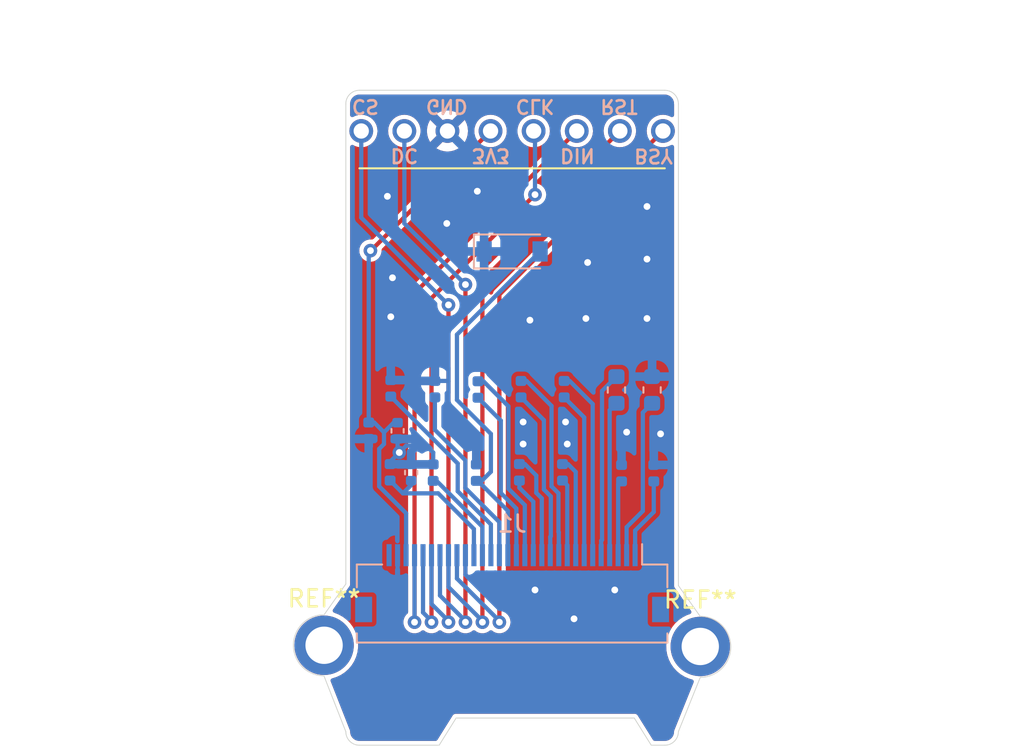
<source format=kicad_pcb>
(kicad_pcb (version 20211014) (generator pcbnew)
  (layers (0 "F.Cu" signal) (31 "B.Cu" signal) (34 "B.Paste" user) (35 "F.Paste" user) (36 "B.SilkS" user "B.Silkscreen") (37 "F.SilkS" user "F.Silkscreen") (38 "B.Mask" user) (39 "F.Mask" user) (44 "Edge.Cuts" user))
  (net 0 "")
  (net 1 "GND")
  (net 2 "3V3")
  (net 3 "Net-(C3-Pad2)")
  (net 4 "Net-(C4-Pad2)")
  (net 5 "Net-(C5-Pad2)")
  (net 6 "Net-(C6-Pad2)")
  (net 7 "Net-(C6-Pad1)")
  (net 8 "Net-(C7-Pad2)")
  (net 9 "Net-(C8-Pad2)")
  (net 10 "Net-(C8-Pad1)")
  (net 11 "Net-(C9-Pad2)")
  (net 12 "Net-(C9-Pad1)")
  (net 13 "Net-(C10-Pad2)")
  (net 14 "Net-(C10-Pad1)")
  (net 15 "Net-(C11-Pad2)")
  (net 16 "Net-(C11-Pad1)")
  (net 17 "Net-(C12-Pad2)")
  (net 18 "Net-(C12-Pad1)")
  (net 19 "Net-(C13-Pad2)")
  (net 20 "Net-(C14-Pad2)")
  (net 21 "Net-(C15-Pad2)")
  (net 22 "BUSY")
  (net 23 "RST")
  (net 24 "DC")
  (net 25 "CS")
  (net 26 "CLK")
  (net 27 "DIN")
  (net 28 "Net-(J1-Pad30)")
  (net 29 "Net-(C17-Pad2)")
  (footprint "MountingHole:MountingHole_2.2mm_M2_ISO7380_Pad_TopBottom" (layer "F.Cu") (at 44.44 95.83)
    (fp_text reference "REF**" (at 0 -2.75) (layer "F.SilkS"))
    (fp_text value "MountingHole_2.2mm_M2_ISO7380_Pad_TopBottom")
    (pad "1" thru_hole circle (at 0 0) (size 2.6 2.6) (drill 2.2) (layers *.Cu *.Mask))
    (pad "1" connect circle (at 0 0) (size 3.5 3.5) (layers "F.Cu" "F.Mask"))
    (pad "1" connect circle (at 0 0) (size 3.5 3.5) (layers "B.Cu" "B.Mask"))
  )
  (footprint "MountingHole:MountingHole_2.2mm_M2_ISO7380_Pad_TopBottom" (layer "F.Cu") (at 22.27 95.76)
    (fp_text reference "REF**" (at 0 -2.75) (layer "F.SilkS"))
    (fp_text value "MountingHole_2.2mm_M2_ISO7380_Pad_TopBottom")
    (pad "1" thru_hole circle (at 0 0) (size 2.6 2.6) (drill 2.2) (layers *.Cu *.Mask))
    (pad "1" connect circle (at 0 0) (size 3.5 3.5) (layers "F.Cu" "F.Mask"))
    (pad "1" connect circle (at 0 0) (size 3.5 3.5) (layers "B.Cu" "B.Mask"))
  )
  (footprint "Capacitor_SMD:C_0402_1005Metric" (layer "B.Cu") (at 24.9 83.115 -90)
    (fp_text reference "C1" hide)
    (fp_text value "4.7uF" hide)
    (pad "1" smd roundrect locked (at -0.485 0 270) (size 0.59 0.64) (layers "B.Cu" "B.Paste" "B.Mask") (net 2 "3V3"))
    (pad "2" smd roundrect locked (at 0.485 0 270) (size 0.59 0.64) (layers "B.Cu" "B.Paste" "B.Mask") (net 1 "GND"))
  )
  (footprint "Capacitor_SMD:C_0402_1005Metric" (layer "B.Cu") (at 26.16 85.565 -90)
    (fp_text reference "C2" hide)
    (fp_text value "1uF" hide)
    (pad "1" smd roundrect locked (at -0.485 0 270) (size 0.59 0.64) (layers "B.Cu" "B.Paste" "B.Mask") (net 1 "GND"))
    (pad "2" smd roundrect locked (at 0.485 0 270) (size 0.59 0.64) (layers "B.Cu" "B.Paste" "B.Mask") (net 29 "Net-(C17-Pad2)"))
  )
  (footprint "Capacitor_SMD:C_0402_1005Metric" (layer "B.Cu") (at 28.7 85.585 -90)
    (fp_text reference "C3" hide)
    (fp_text value "1uF" hide)
    (pad "1" smd roundrect locked (at -0.485 0 270) (size 0.59 0.64) (layers "B.Cu" "B.Paste" "B.Mask") (net 1 "GND"))
    (pad "2" smd roundrect locked (at 0.485 0 270) (size 0.59 0.64) (layers "B.Cu" "B.Paste" "B.Mask") (net 3 "Net-(C3-Pad2)"))
  )
  (footprint "Capacitor_SMD:C_0402_1005Metric" (layer "B.Cu") (at 26.2 80.615 -90)
    (fp_text reference "C4" hide)
    (fp_text value "1uF" hide)
    (pad "1" smd roundrect locked (at -0.485 0 270) (size 0.59 0.64) (layers "B.Cu" "B.Paste" "B.Mask") (net 1 "GND"))
    (pad "2" smd roundrect locked (at 0.485 0 270) (size 0.59 0.64) (layers "B.Cu" "B.Paste" "B.Mask") (net 4 "Net-(C4-Pad2)"))
  )
  (footprint "Capacitor_SMD:C_0402_1005Metric" (layer "B.Cu") (at 28.8 80.665 -90)
    (fp_text reference "C5" hide)
    (fp_text value "1uF" hide)
    (pad "1" smd roundrect locked (at -0.485 0 270) (size 0.59 0.64) (layers "B.Cu" "B.Paste" "B.Mask") (net 1 "GND"))
    (pad "2" smd roundrect locked (at 0.485 0 270) (size 0.59 0.64) (layers "B.Cu" "B.Paste" "B.Mask") (net 5 "Net-(C5-Pad2)"))
  )
  (footprint "Capacitor_SMD:C_0402_1005Metric" (layer "B.Cu") (at 31.34 80.685 -90)
    (fp_text reference "C6" hide)
    (fp_text value "1uF" hide)
    (pad "1" smd roundrect locked (at -0.485 0 270) (size 0.59 0.64) (layers "B.Cu" "B.Paste" "B.Mask") (net 7 "Net-(C6-Pad1)"))
    (pad "2" smd roundrect locked (at 0.485 0 270) (size 0.59 0.64) (layers "B.Cu" "B.Paste" "B.Mask") (net 6 "Net-(C6-Pad2)"))
  )
  (footprint "Capacitor_SMD:C_0402_1005Metric" (layer "B.Cu") (at 31.24 85.585 -90)
    (fp_text reference "C7" hide)
    (fp_text value "1uF" hide)
    (pad "1" smd roundrect locked (at -0.485 0 270) (size 0.59 0.64) (layers "B.Cu" "B.Paste" "B.Mask") (net 1 "GND"))
    (pad "2" smd roundrect locked (at 0.485 0 270) (size 0.59 0.64) (layers "B.Cu" "B.Paste" "B.Mask") (net 8 "Net-(C7-Pad2)"))
  )
  (footprint "Capacitor_SMD:C_0402_1005Metric" (layer "B.Cu") (at 33.78 85.565 -90)
    (fp_text reference "C8" hide)
    (fp_text value "1uF" hide)
    (pad "1" smd roundrect locked (at -0.485 0 270) (size 0.59 0.64) (layers "B.Cu" "B.Paste" "B.Mask") (net 10 "Net-(C8-Pad1)"))
    (pad "2" smd roundrect locked (at 0.485 0 270) (size 0.59 0.64) (layers "B.Cu" "B.Paste" "B.Mask") (net 9 "Net-(C8-Pad2)"))
  )
  (footprint "Capacitor_SMD:C_0402_1005Metric" (layer "B.Cu") (at 33.88 80.665 -90)
    (fp_text reference "C9" hide)
    (fp_text value "1uF" hide)
    (pad "1" smd roundrect locked (at -0.485 0 270) (size 0.59 0.64) (layers "B.Cu" "B.Paste" "B.Mask") (net 12 "Net-(C9-Pad1)"))
    (pad "2" smd roundrect locked (at 0.485 0 270) (size 0.59 0.64) (layers "B.Cu" "B.Paste" "B.Mask") (net 11 "Net-(C9-Pad2)"))
  )
  (footprint "Capacitor_SMD:C_0402_1005Metric" (layer "B.Cu") (at 36.32 85.565 -90)
    (fp_text reference "C10" hide)
    (fp_text value "1uF" hide)
    (pad "1" smd roundrect locked (at -0.485 0 270) (size 0.59 0.64) (layers "B.Cu" "B.Paste" "B.Mask") (net 14 "Net-(C10-Pad1)"))
    (pad "2" smd roundrect locked (at 0.485 0 270) (size 0.59 0.64) (layers "B.Cu" "B.Paste" "B.Mask") (net 13 "Net-(C10-Pad2)"))
  )
  (footprint "Capacitor_SMD:C_0402_1005Metric" (layer "B.Cu") (at 36.42 80.665 -90)
    (fp_text reference "C11" hide)
    (fp_text value "1uF" hide)
    (pad "1" smd roundrect locked (at -0.485 0 270) (size 0.59 0.64) (layers "B.Cu" "B.Paste" "B.Mask") (net 16 "Net-(C11-Pad1)"))
    (pad "2" smd roundrect locked (at 0.485 0 270) (size 0.59 0.64) (layers "B.Cu" "B.Paste" "B.Mask") (net 15 "Net-(C11-Pad2)"))
  )
  (footprint "Capacitor_SMD:C_0603_1608Metric" (layer "B.Cu") (at 39.5 80.7125 90)
    (fp_text reference "C12" hide)
    (fp_text value "2.2uF" hide)
    (fp_line (start -0.162779 -0.51) (end 0.162779 -0.51) (layer "B.SilkS") (width 0.12))
    (fp_line (start -0.162779 0.51) (end 0.162779 0.51) (layer "B.SilkS") (width 0.12))
    (pad "1" smd roundrect locked (at -0.7875 0 90) (size 0.875 0.95) (layers "B.Cu" "B.Paste" "B.Mask") (net 18 "Net-(C12-Pad1)"))
    (pad "2" smd roundrect locked (at 0.7875 0 90) (size 0.875 0.95) (layers "B.Cu" "B.Paste" "B.Mask") (net 17 "Net-(C12-Pad2)"))
  )
  (footprint "Capacitor_SMD:C_0402_1005Metric" (layer "B.Cu") (at 39.8 85.615 -90)
    (fp_text reference "C13" hide)
    (fp_text value "1uF" hide)
    (pad "1" smd roundrect locked (at -0.485 0 270) (size 0.59 0.64) (layers "B.Cu" "B.Paste" "B.Mask") (net 1 "GND"))
    (pad "2" smd roundrect locked (at 0.485 0 270) (size 0.59 0.64) (layers "B.Cu" "B.Paste" "B.Mask") (net 19 "Net-(C13-Pad2)"))
  )
  (footprint "Capacitor_SMD:C_0603_1608Metric" (layer "B.Cu") (at 41.6 80.7125 -90)
    (fp_text reference "C14" hide)
    (fp_text value "2.2uF" hide)
    (fp_line (start -0.162779 -0.51) (end 0.162779 -0.51) (layer "B.SilkS") (width 0.12))
    (fp_line (start -0.162779 0.51) (end 0.162779 0.51) (layer "B.SilkS") (width 0.12))
    (pad "1" smd roundrect locked (at -0.7875 0 270) (size 0.875 0.95) (layers "B.Cu" "B.Paste" "B.Mask") (net 1 "GND"))
    (pad "2" smd roundrect locked (at 0.7875 0 270) (size 0.875 0.95) (layers "B.Cu" "B.Paste" "B.Mask") (net 20 "Net-(C14-Pad2)"))
  )
  (footprint "Capacitor_SMD:C_0402_1005Metric" (layer "B.Cu") (at 41.7 85.615 -90)
    (fp_text reference "C15" hide)
    (fp_text value "1uF" hide)
    (pad "1" smd roundrect locked (at -0.485 0 270) (size 0.59 0.64) (layers "B.Cu" "B.Paste" "B.Mask") (net 1 "GND"))
    (pad "2" smd roundrect locked (at 0.485 0 270) (size 0.59 0.64) (layers "B.Cu" "B.Paste" "B.Mask") (net 21 "Net-(C15-Pad2)"))
  )
  (footprint "Diode_SMD:D_SOD-123" (layer "B.Cu") (at 33.35 72.55)
    (fp_text reference "D1" hide)
    (fp_text value "D" hide)
    (fp_line (start -2.25 -1) (end 1.65 -1) (layer "B.SilkS") (width 0.12))
    (fp_line (start -2.25 1) (end -2.25 -1) (layer "B.SilkS") (width 0.12))
    (fp_line (start -2.25 1) (end 1.65 1) (layer "B.SilkS") (width 0.12))
    (pad "1" smd rect locked (at -1.65 0) (size 0.9 1.2) (layers "B.Cu" "B.Paste" "B.Mask") (net 1 "GND"))
    (pad "2" smd rect locked (at 1.65 0) (size 0.9 1.2) (layers "B.Cu" "B.Paste" "B.Mask") (net 8 "Net-(C7-Pad2)"))
  )
  (footprint "Connector_FFC-FPC:Hirose_FH12-30S-0.5SH_1x30-1MP_P0.50mm_Horizontal" (layer "B.Cu") (at 33.35 92.3 180)
    (fp_text reference "J1" (at 0 3.7) (layer "B.SilkS") (effects (justify mirror)))
    (fp_text value "Conn_01x30_Female")
    (fp_line (start -7.66 1.3) (end -7.66 2.5) (layer "B.SilkS") (width 0.12))
    (fp_line (start -9.15 -2.76) (end -9.15 -3.3) (layer "B.SilkS") (width 0.12))
    (fp_line (start 7.66 1.3) (end 9.15 1.3) (layer "B.SilkS") (width 0.12))
    (fp_line (start 9.15 1.3) (end 9.15 -0.04) (layer "B.SilkS") (width 0.12))
    (fp_line (start -9.15 1.3) (end -9.15 -0.04) (layer "B.SilkS") (width 0.12))
    (fp_line (start -7.66 1.3) (end -9.15 1.3) (layer "B.SilkS") (width 0.12))
    (fp_line (start 9.15 -3.3) (end 9.15 -2.76) (layer "B.SilkS") (width 0.12))
    (fp_line (start -9.15 -3.3) (end 9.15 -3.3) (layer "B.SilkS") (width 0.12))
    (pad "1" smd rect locked (at -7.25 1.85 180) (size 0.3 1.3) (layers "B.Cu" "B.Paste" "B.Mask") (net 21 "Net-(C15-Pad2)"))
    (pad "1MP" smd rect locked (at 8.75 -1.35 180) (size 1 1.5) (layers "B.Cu" "B.Paste" "B.Mask"))
    (pad "2" smd rect locked (at -6.75 1.85 180) (size 0.3 1.3) (layers "B.Cu" "B.Paste" "B.Mask") (net 20 "Net-(C14-Pad2)"))
    (pad "3" smd rect locked (at -6.25 1.85 180) (size 0.3 1.3) (layers "B.Cu" "B.Paste" "B.Mask") (net 19 "Net-(C13-Pad2)"))
    (pad "4" smd rect locked (at -5.75 1.85 180) (size 0.3 1.3) (layers "B.Cu" "B.Paste" "B.Mask") (net 18 "Net-(C12-Pad1)"))
    (pad "5" smd rect locked (at -5.25 1.85 180) (size 0.3 1.3) (layers "B.Cu" "B.Paste" "B.Mask") (net 17 "Net-(C12-Pad2)"))
    (pad "6" smd rect locked (at -4.75 1.85 180) (size 0.3 1.3) (layers "B.Cu" "B.Paste" "B.Mask") (net 16 "Net-(C11-Pad1)"))
    (pad "7" smd rect locked (at -4.25 1.85 180) (size 0.3 1.3) (layers "B.Cu" "B.Paste" "B.Mask") (net 15 "Net-(C11-Pad2)"))
    (pad "8" smd rect locked (at -3.75 1.85 180) (size 0.3 1.3) (layers "B.Cu" "B.Paste" "B.Mask") (net 14 "Net-(C10-Pad1)"))
    (pad "9" smd rect locked (at -3.25 1.85 180) (size 0.3 1.3) (layers "B.Cu" "B.Paste" "B.Mask") (net 13 "Net-(C10-Pad2)"))
    (pad "10" smd rect locked (at -2.75 1.85 180) (size 0.3 1.3) (layers "B.Cu" "B.Paste" "B.Mask") (net 12 "Net-(C9-Pad1)"))
    (pad "11" smd rect locked (at -2.25 1.85 180) (size 0.3 1.3) (layers "B.Cu" "B.Paste" "B.Mask") (net 11 "Net-(C9-Pad2)"))
    (pad "12" smd rect locked (at -1.75 1.85 180) (size 0.3 1.3) (layers "B.Cu" "B.Paste" "B.Mask") (net 10 "Net-(C8-Pad1)"))
    (pad "13" smd rect locked (at -1.25 1.85 180) (size 0.3 1.3) (layers "B.Cu" "B.Paste" "B.Mask") (net 9 "Net-(C8-Pad2)"))
    (pad "14" smd rect locked (at -0.75 1.85 180) (size 0.3 1.3) (layers "B.Cu" "B.Paste" "B.Mask") (net 7 "Net-(C6-Pad1)"))
    (pad "15" smd rect locked (at -0.25 1.85 180) (size 0.3 1.3) (layers "B.Cu" "B.Paste" "B.Mask") (net 6 "Net-(C6-Pad2)"))
    (pad "16" smd rect locked (at 0.25 1.85 180) (size 0.3 1.3) (layers "B.Cu" "B.Paste" "B.Mask") (net 8 "Net-(C7-Pad2)"))
    (pad "17" smd rect locked (at 0.75 1.85 180) (size 0.3 1.3) (layers "B.Cu" "B.Paste" "B.Mask") (net 5 "Net-(C5-Pad2)"))
    (pad "18" smd rect locked (at 1.25 1.85 180) (size 0.3 1.3) (layers "B.Cu" "B.Paste" "B.Mask") (net 4 "Net-(C4-Pad2)"))
    (pad "19" smd rect locked (at 1.75 1.85 180) (size 0.3 1.3) (layers "B.Cu" "B.Paste" "B.Mask") (net 3 "Net-(C3-Pad2)"))
    (pad "20" smd rect locked (at 2.25 1.85 180) (size 0.3 1.3) (layers "B.Cu" "B.Paste" "B.Mask") (net 29 "Net-(C17-Pad2)"))
    (pad "21" smd rect locked (at 2.75 1.85 180) (size 0.3 1.3) (layers "B.Cu" "B.Paste" "B.Mask") (net 1 "GND"))
    (pad "22" smd rect locked (at 3.25 1.85 180) (size 0.3 1.3) (layers "B.Cu" "B.Paste" "B.Mask") (net 22 "BUSY"))
    (pad "23" smd rect locked (at 3.75 1.85 180) (size 0.3 1.3) (layers "B.Cu" "B.Paste" "B.Mask") (net 23 "RST"))
    (pad "24" smd rect locked (at 4.25 1.85 180) (size 0.3 1.3) (layers "B.Cu" "B.Paste" "B.Mask") (net 24 "DC"))
    (pad "25" smd rect locked (at 4.75 1.85 180) (size 0.3 1.3) (layers "B.Cu" "B.Paste" "B.Mask") (net 25 "CS"))
    (pad "26" smd rect locked (at 5.25 1.85 180) (size 0.3 1.3) (layers "B.Cu" "B.Paste" "B.Mask") (net 26 "CLK"))
    (pad "27" smd rect locked (at 5.75 1.85 180) (size 0.3 1.3) (layers "B.Cu" "B.Paste" "B.Mask") (net 27 "DIN"))
    (pad "28" smd rect locked (at 6.25 1.85 180) (size 0.3 1.3) (layers "B.Cu" "B.Paste" "B.Mask") (net 2 "3V3"))
    (pad "29" smd rect locked (at 6.75 1.85 180) (size 0.3 1.3) (layers "B.Cu" "B.Paste" "B.Mask") (net 1 "GND"))
    (pad "30" smd rect locked (at 7.25 1.85 180) (size 0.3 1.3) (layers "B.Cu" "B.Paste" "B.Mask") (net 28 "Net-(J1-Pad30)"))
    (pad "MP" smd rect locked (at -8.75 -1.35 180) (size 1 1.5) (layers "B.Cu" "B.Paste" "B.Mask"))
  )
  (footprint "Connector_PinHeader_2.54mm:PinHeader_1x08_P2.54mm_Vertical" (layer "B.Cu") (at 24.4598 65.45 -90)
    (fp_text reference "J2" hide)
    (fp_text value "Conn_01x08_Female")
    (pad "1" thru_hole circle locked (at 0 0 270) (size 1.4 1.4) (drill 0.9) (layers *.Cu *.Mask) (net 25 "CS"))
    (pad "2" thru_hole circle locked (at 0 -2.54 270) (size 1.4 1.4) (drill 0.9) (layers *.Cu *.Mask) (net 24 "DC"))
    (pad "3" thru_hole circle locked (at 0 -5.08 270) (size 1.4 1.4) (drill 0.9) (layers *.Cu *.Mask) (net 1 "GND"))
    (pad "4" thru_hole circle locked (at 0 -7.62 270) (size 1.4 1.4) (drill 0.9) (layers *.Cu *.Mask) (net 2 "3V3"))
    (pad "5" thru_hole circle locked (at 0 -10.16 270) (size 1.4 1.4) (drill 0.9) (layers *.Cu *.Mask) (net 26 "CLK"))
    (pad "6" thru_hole circle locked (at 0 -12.7 270) (size 1.4 1.4) (drill 0.9) (layers *.Cu *.Mask) (net 27 "DIN"))
    (pad "7" thru_hole circle locked (at 0 -15.24 270) (size 1.4 1.4) (drill 0.9) (layers *.Cu *.Mask) (net 23 "RST"))
    (pad "8" thru_hole circle locked (at 0 -17.78 270) (size 1.4 1.4) (drill 0.9) (layers *.Cu *.Mask) (net 22 "BUSY"))
  )
  (footprint "Capacitor_SMD:C_0402_1005Metric" (layer "B.Cu") (at 26.6 83.12 -90)
    (fp_text reference "C16" hide)
    (fp_text value ".1uF" hide)
    (fp_line (start -0.107836 -0.36) (end 0.107836 -0.36) (layer "B.SilkS") (width 0.12))
    (fp_line (start -0.107836 0.36) (end 0.107836 0.36) (layer "B.SilkS") (width 0.12))
    (pad "1" smd roundrect locked (at -0.48 0 270) (size 0.56 0.62) (layers "B.Cu" "B.Paste" "B.Mask") (net 2 "3V3"))
    (pad "2" smd roundrect locked (at 0.48 0 270) (size 0.56 0.62) (layers "B.Cu" "B.Paste" "B.Mask") (net 1 "GND"))
  )
  (footprint "Capacitor_SMD:C_0402_1005Metric" (layer "B.Cu") (at 27.4 85.58 -90)
    (fp_text reference "C17" hide)
    (fp_text value ".1uF" hide)
    (fp_line (start -0.107836 0.36) (end 0.107836 0.36) (layer "B.SilkS") (width 0.12))
    (fp_line (start -0.107836 -0.36) (end 0.107836 -0.36) (layer "B.SilkS") (width 0.12))
    (pad "1" smd roundrect locked (at -0.48 0 270) (size 0.56 0.62) (layers "B.Cu" "B.Paste" "B.Mask") (net 1 "GND"))
    (pad "2" smd roundrect locked (at 0.48 0 270) (size 0.56 0.62) (layers "B.Cu" "B.Paste" "B.Mask") (net 29 "Net-(C17-Pad2)"))
  )
  (gr_line (start 24.35 67.65) (end 42.35 67.65) (layer "F.SilkS") (width 0.12))
  (gr_line (start 42.35 63.05) (end 24.35 63.05) (layer "Edge.Cuts") (width 0.05))
  (gr_arc (start 43.15 100.85) (mid 42.915685 101.415685) (end 42.35 101.65) (layer "Edge.Cuts") (width 0.05))
  (gr_arc (start 22.26 97.56) (mid 20.46 95.76) (end 22.26 93.96) (layer "Edge.Cuts") (width 0.05))
  (gr_line (start 43.15 92.24) (end 44.43 94.05) (layer "Edge.Cuts") (width 0.05))
  (gr_line (start 43.15 100.85) (end 44.44 97.65) (layer "Edge.Cuts") (width 0.05))
  (gr_line (start 22.27 93.96) (end 23.55 92.15) (layer "Edge.Cuts") (width 0.05))
  (gr_arc (start 24.35 101.65) (mid 23.784315 101.415685) (end 23.55 100.85) (layer "Edge.Cuts") (width 0.05))
  (gr_line (start 44.43 94.05) (end 44.44 94.05) (layer "Edge.Cuts") (width 0.05))
  (gr_line (start 23.55 92.15) (end 23.55 63.85) (layer "Edge.Cuts") (width 0.05))
  (gr_arc (start 44.44 94.05) (mid 46.24 95.85) (end 44.44 97.65) (layer "Edge.Cuts") (width 0.05))
  (gr_line (start 43.15 92.24) (end 43.15 63.85) (layer "Edge.Cuts") (width 0.05))
  (gr_arc (start 42.35 63.05) (mid 42.915685 63.284315) (end 43.15 63.85) (layer "Edge.Cuts") (width 0.05))
  (gr_line (start 30.05 100.05) (end 40.55 100.05) (layer "Edge.Cuts") (width 0.05))
  (gr_arc (start 23.55 63.85) (mid 23.784315 63.284315) (end 24.35 63.05) (layer "Edge.Cuts") (width 0.05))
  (gr_line (start 24.35 101.65) (end 29.05 101.65) (layer "Edge.Cuts") (width 0.05))
  (gr_line (start 22.26 93.96) (end 22.27 93.96) (layer "Edge.Cuts") (width 0.05))
  (gr_line (start 41.55 101.65) (end 42.35 101.65) (layer "Edge.Cuts") (width 0.05))
  (gr_line (start 22.26 97.56) (end 23.55 100.85) (layer "Edge.Cuts") (width 0.05))
  (gr_line (start 40.55 100.05) (end 41.55 101.65) (layer "Edge.Cuts") (width 0.05))
  (gr_line (start 29.05 101.65) (end 30.05 100.05) (layer "Edge.Cuts") (width 0.05))
  (gr_text "RST" (at 39.649 64 180) (layer "B.SilkS") (effects (font (size 0.8 0.8) (thickness 0.153)) (justify mirror)))
  (gr_text "3V3" (at 32.1 66.9 180) (layer "B.SilkS") (effects (font (size 0.8 0.8) (thickness 0.153)) (justify mirror)))
  (gr_text "DC" (at 27 66.9 180) (layer "B.SilkS") (effects (font (size 0.8 0.8) (thickness 0.153)) (justify mirror)))
  (gr_text "BSY" (at 41.681 66.919 180) (layer "B.SilkS") (effects (font (size 0.8 0.8) (thickness 0.153)) (justify mirror)))
  (gr_text "CLK" (at 34.7 64 180) (layer "B.SilkS") (effects (font (size 0.8 0.8) (thickness 0.153)) (justify mirror)))
  (gr_text "GND" (at 29.5 64 180) (layer "B.SilkS") (effects (font (size 0.8 0.8) (thickness 0.153)) (justify mirror)))
  (gr_text "DIN" (at 37.2 66.9 180) (layer "B.SilkS") (effects (font (size 0.8 0.8) (thickness 0.153)) (justify mirror)))
  (gr_text "CS" (at 24.7 64 180) (layer "B.SilkS") (effects (font (size 0.8 0.8) (thickness 0.153)) (justify mirror)))
  (via (at 34 82.6) (size 0.8) (drill 0.4) (layers "F.Cu" "B.Cu") (net 1))
  (via (at 37 94.2) (size 0.8) (drill 0.4) (layers "F.Cu" "B.Cu") (net 1))
  (via (at 41.3 76.5) (size 0.8) (drill 0.4) (layers "F.Cu" "B.Cu") (net 1))
  (via (at 31.3 69) (size 0.8) (drill 0.4) (layers "F.Cu" "B.Cu") (net 1))
  (via (at 37.7 76.5) (size 0.8) (drill 0.4) (layers "F.Cu" "B.Cu") (net 1))
  (via (at 41.3 73) (size 0.8) (drill 0.4) (layers "F.Cu" "B.Cu") (net 1))
  (via (at 34.4 76.6) (size 0.8) (drill 0.4) (layers "F.Cu" "B.Cu") (net 1))
  (via (at 41.3 69.9) (size 0.8) (drill 0.4) (layers "F.Cu" "B.Cu") (net 1))
  (via (at 26.2 76.4) (size 0.8) (drill 0.4) (layers "F.Cu" "B.Cu") (net 1))
  (via (at 34.7 92.5) (size 0.8) (drill 0.4) (layers "F.Cu" "B.Cu") (net 1))
  (via (at 36.5 82.6) (size 0.8) (drill 0.4) (layers "F.Cu" "B.Cu") (net 1))
  (via (at 39.4 92.5) (size 0.8) (drill 0.4) (layers "F.Cu" "B.Cu") (net 1))
  (via (at 34 83.9) (size 0.8) (drill 0.4) (layers "F.Cu" "B.Cu") (net 1))
  (via (at 26 69.3) (size 0.8) (drill 0.4) (layers "F.Cu" "B.Cu") (net 1))
  (via (at 37.8 73.2) (size 0.8) (drill 0.4) (layers "F.Cu" "B.Cu") (net 1))
  (via (at 40.1 83.2) (size 0.8) (drill 0.4) (layers "F.Cu" "B.Cu") (net 1))
  (via (at 36.6 83.9) (size 0.8) (drill 0.4) (layers "F.Cu" "B.Cu") (net 1))
  (via (at 29.5 70.9) (size 0.8) (drill 0.4) (layers "F.Cu" "B.Cu") (net 1))
  (via (at 26.3 74.1) (size 0.8) (drill 0.4) (layers "F.Cu" "B.Cu") (net 1))
  (via (at 26.7 84.4) (size 0.8) (drill 0.4) (layers "F.Cu" "B.Cu") (net 1))
  (via (at 42.1 83.3) (size 0.8) (drill 0.4) (layers "F.Cu" "B.Cu") (net 1))
  (segment (start 26.6 83.6) (end 26.6 84.3) (width 0.25) (layer "B.Cu") (net 1))
  (segment (start 29.6 80.2) (end 29.6 79.4) (width 0.25) (layer "B.Cu") (net 1))
  (segment (start 28.7 84.4) (end 28.5 84.2) (width 0.25) (layer "B.Cu") (net 1))
  (segment (start 29.6 80.2) (end 29.6 80.9) (width 0.25) (layer "B.Cu") (net 1))
  (segment (start 26.7 84.4) (end 27.1 84) (width 0.25) (layer "B.Cu") (net 1))
  (segment (start 28.7 85.1) (end 28.7 84.4) (width 0.25) (layer "B.Cu") (net 1))
  (segment (start 27.4 85.1) (end 27.4 84.5) (width 0.25) (layer "B.Cu") (net 1))
  (segment (start 26.16 84.94) (end 26.7 84.4) (width 0.25) (layer "B.Cu") (net 1))
  (segment (start 26.6 84.3) (end 26.7 84.4) (width 0.25) (layer "B.Cu") (net 1))
  (segment (start 29.58 80.18) (end 29.6 80.2) (width 0.25) (layer "B.Cu") (net 1))
  (segment (start 28.8 80.18) (end 29.58 80.18) (width 0.25) (layer "B.Cu") (net 1))
  (segment (start 30.6 90.45) (end 30.6 91.6) (width 0.25) (layer "B.Cu") (net 1))
  (segment (start 27.1 84) (end 27.6 84) (width 0.25) (layer "B.Cu") (net 1))
  (segment (start 27.4 84.5) (end 27.6 84.3) (width 0.25) (layer "B.Cu") (net 1))
  (segment (start 30.6 91.6) (end 30.9 91.9) (width 0.25) (layer "B.Cu") (net 1))
  (segment (start 26.6 90.45) (end 26.6 91.5) (width 0.25) (layer "B.Cu") (net 1))
  (segment (start 26.16 85.08) (end 26.16 84.94) (width 0.25) (layer "B.Cu") (net 1))
  (segment (start 25.0298 72.5) (end 25 72.5) (width 0.25) (layer "F.Cu") (net 2))
  (segment (start 32.0798 65.45) (end 25.0298 72.5) (width 0.25) (layer "F.Cu") (net 2))
  (via (at 25 72.5) (size 0.8) (drill 0.4) (layers "F.Cu" "B.Cu") (net 2))
  (segment (start 27.1 87.978232) (end 25.51499 86.393222) (width 0.25) (layer "B.Cu") (net 2))
  (segment (start 24.9 82.63) (end 24.9 72.6) (width 0.25) (layer "B.Cu") (net 2))
  (segment (start 25.8 83.9) (end 25.8 83.21) (width 0.25) (layer "B.Cu") (net 2))
  (segment (start 25.8 83.21) (end 25.22 82.63) (width 0.25) (layer "B.Cu") (net 2))
  (segment (start 25.51499 84.18501) (end 25.8 83.9) (width 0.25) (layer "B.Cu") (net 2))
  (segment (start 25.51499 86.393222) (end 25.51499 84.18501) (width 0.25) (layer "B.Cu") (net 2))
  (segment (start 25.8 83.21) (end 26.37 82.64) (width 0.25) (layer "B.Cu") (net 2))
  (segment (start 25.22 82.63) (end 24.9 82.63) (width 0.25) (layer "B.Cu") (net 2))
  (segment (start 27.1 90.45) (end 27.1 87.978232) (width 0.25) (layer "B.Cu") (net 2))
  (segment (start 24.9 72.6) (end 25 72.5) (width 0.25) (layer "B.Cu") (net 2))
  (segment (start 26.37 82.64) (end 26.6 82.64) (width 0.25) (layer "B.Cu") (net 2))
  (segment (start 28.89718 86.07) (end 31.6 88.77282) (width 0.25) (layer "B.Cu") (net 3))
  (segment (start 31.6 88.77282) (end 31.6 90.45) (width 0.25) (layer "B.Cu") (net 3))
  (segment (start 28.7 86.07) (end 28.89718 86.07) (width 0.25) (layer "B.Cu") (net 3))
  (segment (start 30.144981 86.681391) (end 30.144981 85.044981) (width 0.25) (layer "B.Cu") (net 4))
  (segment (start 32.1 88.63641) (end 32.1 90.45) (width 0.25) (layer "B.Cu") (net 4))
  (segment (start 30.144981 85.044981) (end 26.2 81.1) (width 0.25) (layer "B.Cu") (net 4))
  (segment (start 30.144981 86.681391) (end 32.1 88.63641) (width 0.25) (layer "B.Cu") (net 4))
  (segment (start 30.59499 86.49499) (end 30.59499 84.85858) (width 0.25) (layer "B.Cu") (net 5))
  (segment (start 32.6 88.5) (end 32.6 90.45) (width 0.25) (layer "B.Cu") (net 5))
  (segment (start 28.8 83.06359) (end 28.8 81.15) (width 0.25) (layer "B.Cu") (net 5))
  (segment (start 30.59499 84.85858) (end 28.8 83.06359) (width 0.25) (layer "B.Cu") (net 5))
  (segment (start 30.59499 86.49499) (end 32.6 88.5) (width 0.25) (layer "B.Cu") (net 5))
  (segment (start 32.68498 86.78498) (end 32.68498 82.51498) (width 0.25) (layer "B.Cu") (net 6))
  (segment (start 33.6 87.7) (end 33.6 90.45) (width 0.25) (layer "B.Cu") (net 6))
  (segment (start 32.68498 86.78498) (end 33.6 87.7) (width 0.25) (layer "B.Cu") (net 6))
  (segment (start 32.68498 82.51498) (end 31.34 81.17) (width 0.25) (layer "B.Cu") (net 6))
  (segment (start 33.13499 86.53499) (end 33.13499 81.67499) (width 0.25) (layer "B.Cu") (net 7))
  (segment (start 33.13499 86.53499) (end 34.1 87.5) (width 0.25) (layer "B.Cu") (net 7))
  (segment (start 34.1 87.5) (end 34.1 90.45) (width 0.25) (layer "B.Cu") (net 7))
  (segment (start 33.13499 81.67499) (end 31.66 80.2) (width 0.25) (layer "B.Cu") (net 7))
  (segment (start 31.66 80.2) (end 31.34 80.2) (width 0.25) (layer "B.Cu") (net 7))
  (segment (start 31.56 86.07) (end 32.1 85.53) (width 0.25) (layer "B.Cu") (net 8))
  (segment (start 31.33359 86.07) (end 33.1 87.83641) (width 0.25) (layer "B.Cu") (net 8))
  (segment (start 30.1 77.45) (end 35 72.55) (width 0.25) (layer "B.Cu") (net 8))
  (segment (start 33.1 87.83641) (end 33.1 90.45) (width 0.25) (layer "B.Cu") (net 8))
  (segment (start 30.1 81.3) (end 30.1 77.45) (width 0.25) (layer "B.Cu") (net 8))
  (segment (start 32.1 85.53) (end 32.1 83.3) (width 0.25) (layer "B.Cu") (net 8))
  (segment (start 31.24 86.07) (end 31.33359 86.07) (width 0.25) (layer "B.Cu") (net 8))
  (segment (start 32.1 83.3) (end 30.1 81.3) (width 0.25) (layer "B.Cu") (net 8))
  (segment (start 31.24 86.07) (end 31.56 86.07) (width 0.25) (layer "B.Cu") (net 8))
  (segment (start 33.78 86.05) (end 33.78 86.48) (width 0.25) (layer "B.Cu") (net 9))
  (segment (start 33.78 86.48) (end 34.6 87.3) (width 0.25) (layer "B.Cu") (net 9))
  (segment (start 34.6 87.3) (end 34.6 90.45) (width 0.25) (layer "B.Cu") (net 9))
  (segment (start 33.78 85.08) (end 34.1 85.08) (width 0.25) (layer "B.Cu") (net 10))
  (segment (start 35.1 87.1) (end 35.1 90.45) (width 0.25) (layer "B.Cu") (net 10))
  (segment (start 34.774972 85.754972) (end 34.774972 86.774972) (width 0.25) (layer "B.Cu") (net 10))
  (segment (start 34.774972 86.774972) (end 35.1 87.1) (width 0.25) (layer "B.Cu") (net 10))
  (segment (start 34.1 85.08) (end 34.774972 85.754972) (width 0.25) (layer "B.Cu") (net 10))
  (segment (start 35.224981 82.494981) (end 33.88 81.15) (width 0.25) (layer "B.Cu") (net 11))
  (segment (start 35.6 89.363516) (end 35.6 90.45) (width 0.25) (layer "B.Cu") (net 11))
  (segment (start 35.224981 86.579623) (end 35.631758 86.9864) (width 0.25) (layer "B.Cu") (net 11))
  (segment (start 35.224981 86.579623) (end 35.224981 82.494981) (width 0.25) (layer "B.Cu") (net 11))
  (segment (start 35.631758 86.9864) (end 35.631758 89.331758) (width 0.25) (layer "B.Cu") (net 11))
  (segment (start 35.631758 89.331758) (end 35.6 89.363516) (width 0.25) (layer "B.Cu") (net 11))
  (segment (start 34.2 80.18) (end 33.88 80.18) (width 0.25) (layer "B.Cu") (net 12))
  (segment (start 35.67499 86.393222) (end 36.081768 86.8) (width 0.25) (layer "B.Cu") (net 12))
  (segment (start 36.1 89.1) (end 36.1 90.45) (width 0.25) (layer "B.Cu") (net 12))
  (segment (start 36.081768 86.8) (end 36.081768 89.081768) (width 0.25) (layer "B.Cu") (net 12))
  (segment (start 36.081768 89.081768) (end 36.1 89.1) (width 0.25) (layer "B.Cu") (net 12))
  (segment (start 35.67499 81.65499) (end 34.2 80.18) (width 0.25) (layer "B.Cu") (net 12))
  (segment (start 35.67499 86.393222) (end 35.67499 81.65499) (width 0.25) (layer "B.Cu") (net 12))
  (segment (start 36.6 86.33) (end 36.6 90.45) (width 0.25) (layer "B.Cu") (net 13))
  (segment (start 36.32 86.05) (end 36.6 86.33) (width 0.25) (layer "B.Cu") (net 13))
  (segment (start 37.1 85.54) (end 37.1 90.45) (width 0.25) (layer "B.Cu") (net 14))
  (segment (start 36.32 85.08) (end 36.64 85.08) (width 0.25) (layer "B.Cu") (net 14))
  (segment (start 36.64 85.08) (end 37.1 85.54) (width 0.25) (layer "B.Cu") (net 14))
  (segment (start 37.6 90.45) (end 37.6 82.33) (width 0.25) (layer "B.Cu") (net 15))
  (segment (start 37.6 82.33) (end 36.42 81.15) (width 0.25) (layer "B.Cu") (net 15))
  (segment (start 38.1 81.54) (end 36.74 80.18) (width 0.25) (layer "B.Cu") (net 16))
  (segment (start 38.1 90.45) (end 38.1 81.54) (width 0.25) (layer "B.Cu") (net 16))
  (segment (start 36.74 80.18) (end 36.42 80.18) (width 0.25) (layer "B.Cu") (net 16))
  (segment (start 38.64999 89.55001) (end 38.64999 80.77501) (width 0.25) (layer "B.Cu") (net 17))
  (segment (start 38.64999 80.77501) (end 39.5 79.925) (width 0.25) (layer "B.Cu") (net 17))
  (segment (start 38.6 89.6) (end 38.64999 89.55001) (width 0.25) (layer "B.Cu") (net 17))
  (segment (start 38.6 90.45) (end 38.6 89.6) (width 0.25) (layer "B.Cu") (net 17))
  (segment (start 39.1 90.45) (end 39.1 81.9) (width 0.25) (layer "B.Cu") (net 18))
  (segment (start 39.1 81.9) (end 39.5 81.5) (width 0.25) (layer "B.Cu") (net 18))
  (segment (start 39.8 86.1) (end 39.6 86.3) (width 0.25) (layer "B.Cu") (net 19))
  (segment (start 39.6 86.3) (end 39.6 90.45) (width 0.25) (layer "B.Cu") (net 19))
  (segment (start 41.05499 87.84501) (end 40.1 88.8) (width 0.25) (layer "B.Cu") (net 20))
  (segment (start 41.05499 82.04501) (end 41.6 81.5) (width 0.25) (layer "B.Cu") (net 20))
  (segment (start 40.1 88.8) (end 40.1 90.45) (width 0.25) (layer "B.Cu") (net 20))
  (segment (start 41.05499 87.84501) (end 41.05499 82.04501) (width 0.25) (layer "B.Cu") (net 20))
  (segment (start 40.6 89) (end 41.7 87.9) (width 0.25) (layer "B.Cu") (net 21))
  (segment (start 41.7 87.9) (end 41.7 86.1) (width 0.25) (layer "B.Cu") (net 21))
  (segment (start 40.6 90.45) (end 40.6 89) (width 0.25) (layer "B.Cu") (net 21))
  (segment (start 32.600015 75.089785) (end 42.2398 65.45) (width 0.25) (layer "F.Cu") (net 22))
  (segment (start 32.600015 94.4) (end 32.600015 75.089785) (width 0.25) (layer "F.Cu") (net 22))
  (via (at 32.600015 94.4) (size 0.8) (drill 0.4) (layers "F.Cu" "B.Cu") (net 22))
  (segment (start 32.600015 94.327001) (end 32.600015 94.4) (width 0.25) (layer "B.Cu") (net 22))
  (segment (start 30.1 91.826986) (end 32.600015 94.327001) (width 0.25) (layer "B.Cu") (net 22))
  (segment (start 30.1 90.45) (end 30.1 91.826986) (width 0.25) (layer "B.Cu") (net 22))
  (segment (start 31.600012 94.4) (end 31.600012 73.549788) (width 0.25) (layer "F.Cu") (net 23))
  (segment (start 31.600012 73.549788) (end 39.6998 65.45) (width 0.25) (layer "F.Cu") (net 23))
  (via (at 31.600012 94.4) (size 0.8) (drill 0.4) (layers "F.Cu" "B.Cu") (net 23))
  (segment (start 29.6 90.45) (end 29.6 92.326989) (width 0.25) (layer "B.Cu") (net 23))
  (segment (start 31.600012 94.327001) (end 31.600012 94.4) (width 0.25) (layer "B.Cu") (net 23))
  (segment (start 29.6 92.326989) (end 31.600012 94.327001) (width 0.25) (layer "B.Cu") (net 23))
  (segment (start 30.600009 74.500009) (end 30.6 74.5) (width 0.25) (layer "F.Cu") (net 24))
  (segment (start 30.600009 94.4) (end 30.600009 74.500009) (width 0.25) (layer "F.Cu") (net 24))
  (via (at 30.600009 94.4) (size 0.8) (drill 0.4) (layers "F.Cu" "B.Cu") (net 24))
  (via (at 30.6 74.5) (size 0.8) (drill 0.4) (layers "F.Cu" "B.Cu") (net 24))
  (segment (start 30.6 74.5) (end 26.9998 70.8998) (width 0.25) (layer "B.Cu") (net 24))
  (segment (start 30.600009 94.327001) (end 30.600009 94.4) (width 0.25) (layer "B.Cu") (net 24))
  (segment (start 26.9998 70.8998) (end 26.9998 65.45) (width 0.25) (layer "B.Cu") (net 24))
  (segment (start 29.1 90.45) (end 29.1 92.826992) (width 0.25) (layer "B.Cu") (net 24))
  (segment (start 29.1 92.826992) (end 30.600009 94.327001) (width 0.25) (layer "B.Cu") (net 24))
  (segment (start 29.600006 75.700006) (end 29.6 75.7) (width 0.25) (layer "F.Cu") (net 25))
  (segment (start 29.600006 94.4) (end 29.600006 75.700006) (width 0.25) (layer "F.Cu") (net 25))
  (via (at 29.6 75.7) (size 0.8) (drill 0.4) (layers "F.Cu" "B.Cu") (net 25))
  (via (at 29.600006 94.4) (size 0.8) (drill 0.4) (layers "F.Cu" "B.Cu") (net 25))
  (segment (start 24.4598 70.5598) (end 24.4598 65.45) (width 0.25) (layer "B.Cu") (net 25))
  (segment (start 29.600006 94.327001) (end 29.600006 94.4) (width 0.25) (layer "B.Cu") (net 25))
  (segment (start 29.6 75.7) (end 24.4598 70.5598) (width 0.25) (layer "B.Cu") (net 25))
  (segment (start 28.6 90.45) (end 28.6 93.326995) (width 0.25) (layer "B.Cu") (net 25))
  (segment (start 28.6 93.326995) (end 29.600006 94.327001) (width 0.25) (layer "B.Cu") (net 25))
  (segment (start 28.600003 94.4) (end 28.600003 75.299997) (width 0.25) (layer "F.Cu") (net 26))
  (segment (start 28.600003 75.299997) (end 34.7 69.2) (width 0.25) (layer "F.Cu") (net 26))
  (via (at 28.600003 94.4) (size 0.8) (drill 0.4) (layers "F.Cu" "B.Cu") (net 26))
  (via (at 34.7 69.2) (size 0.8) (drill 0.4) (layers "F.Cu" "B.Cu") (net 26))
  (segment (start 28.600003 94.327001) (end 28.600003 94.4) (width 0.25) (layer "B.Cu") (net 26))
  (segment (start 34.7 65.5302) (end 34.6198 65.45) (width 0.25) (layer "B.Cu") (net 26))
  (segment (start 34.7 69.2) (end 34.7 65.5302) (width 0.25) (layer "B.Cu") (net 26))
  (segment (start 28.1 93.826998) (end 28.600003 94.327001) (width 0.25) (layer "B.Cu") (net 26))
  (segment (start 28.1 90.45) (end 28.1 93.826998) (width 0.25) (layer "B.Cu") (net 26))
  (segment (start 27.6 94.4) (end 27.6 75.0098) (width 0.25) (layer "F.Cu") (net 27))
  (segment (start 27.6 75.0098) (end 37.1598 65.45) (width 0.25) (layer "F.Cu") (net 27))
  (via (at 27.6 94.4) (size 0.8) (drill 0.4) (layers "F.Cu" "B.Cu") (net 27))
  (segment (start 27.6 90.45) (end 27.6 94.4) (width 0.25) (layer "B.Cu") (net 27))
  (segment (start 28.995385 86.804615) (end 31.1 88.90923) (width 0.25) (layer "B.Cu") (net 29))
  (segment (start 31.1 88.90923) (end 31.1 90.45) (width 0.25) (layer "B.Cu") (net 29))
  (segment (start 26.16 86.05) (end 26.914615 86.804615) (width 0.25) (layer "B.Cu") (net 29))
  (segment (start 27.4 86.06) (end 27.4 86.31923) (width 0.25) (layer "B.Cu") (net 29))
  (segment (start 26.914615 86.804615) (end 28.995385 86.804615) (width 0.25) (layer "B.Cu") (net 29))
  (segment (start 27.4 86.31923) (end 26.914615 86.804615) (width 0.25) (layer "B.Cu") (net 29))
  (zone (net 1) (net_name "GND") (layer "F.Cu") (connect_pads (clearance 0.254)) (min_thickness 0.254) (fill yes (thermal_gap 0.508) (thermal_bridge_width 0.508))
    (polygon (pts (xy 48.72 101.75) (xy 19.19 101.71) (xy 19.6 62.96) (xy 49.25 62.99)))
  )
  (zone (net 1) (net_name "GND") (layer "B.Cu") (connect_pads (clearance 0.254)) (min_thickness 0.254) (fill yes (thermal_gap 0.508) (thermal_bridge_width 0.508))
    (polygon (pts (xy 48.8 101.72) (xy 19.19 101.74) (xy 19.58 62.92) (xy 49.25 63.03)))
  )
)
</source>
